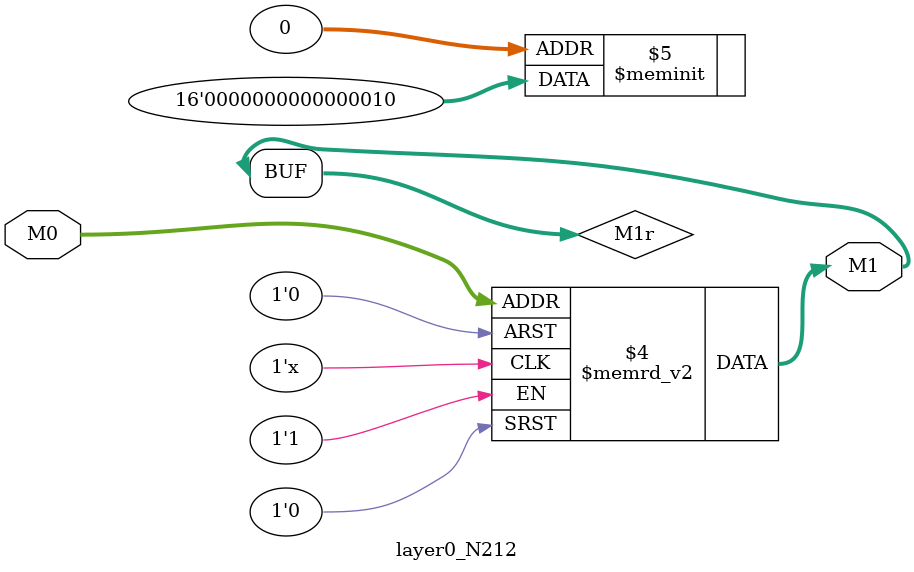
<source format=v>
module layer0_N212 ( input [2:0] M0, output [1:0] M1 );

	(*rom_style = "distributed" *) reg [1:0] M1r;
	assign M1 = M1r;
	always @ (M0) begin
		case (M0)
			3'b000: M1r = 2'b10;
			3'b100: M1r = 2'b00;
			3'b010: M1r = 2'b00;
			3'b110: M1r = 2'b00;
			3'b001: M1r = 2'b00;
			3'b101: M1r = 2'b00;
			3'b011: M1r = 2'b00;
			3'b111: M1r = 2'b00;

		endcase
	end
endmodule

</source>
